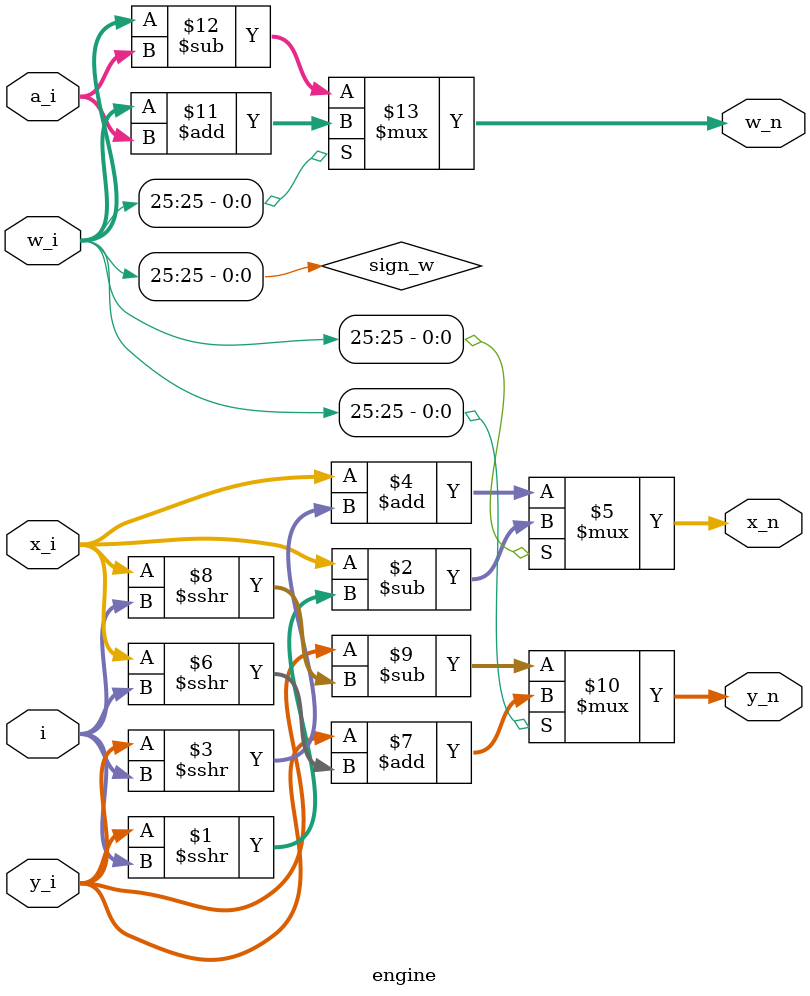
<source format=sv>
module engine #(
  parameter WIDTH = 24
)(
    input [4:0] i,
    input [WIDTH+1:0] a_i, 
    input signed [WIDTH+1:0] x_i,
    input signed [WIDTH+1:0] y_i, 
    input signed [WIDTH+1:0] w_i,
    output signed [WIDTH+1:0] x_n,
    output signed [WIDTH+1:0] y_n, 
    output [WIDTH+1:0] w_n
);
    // wire sign_w = w_i[WIDTH+1] ? (w_i >= theta) : (w_i <= theta); // high is w_i is negative
    wire sign_w = w_i[WIDTH+1]; // high is w_i is negative
     
    assign x_n = sign_w ? x_i - (y_i >>> i) : x_i + (y_i >>> i);
    assign y_n = sign_w ? y_i + (x_i >>> i) : y_i - (x_i >>> i);
    assign w_n = sign_w ? w_i + a_i : w_i - a_i; 

endmodule

</source>
